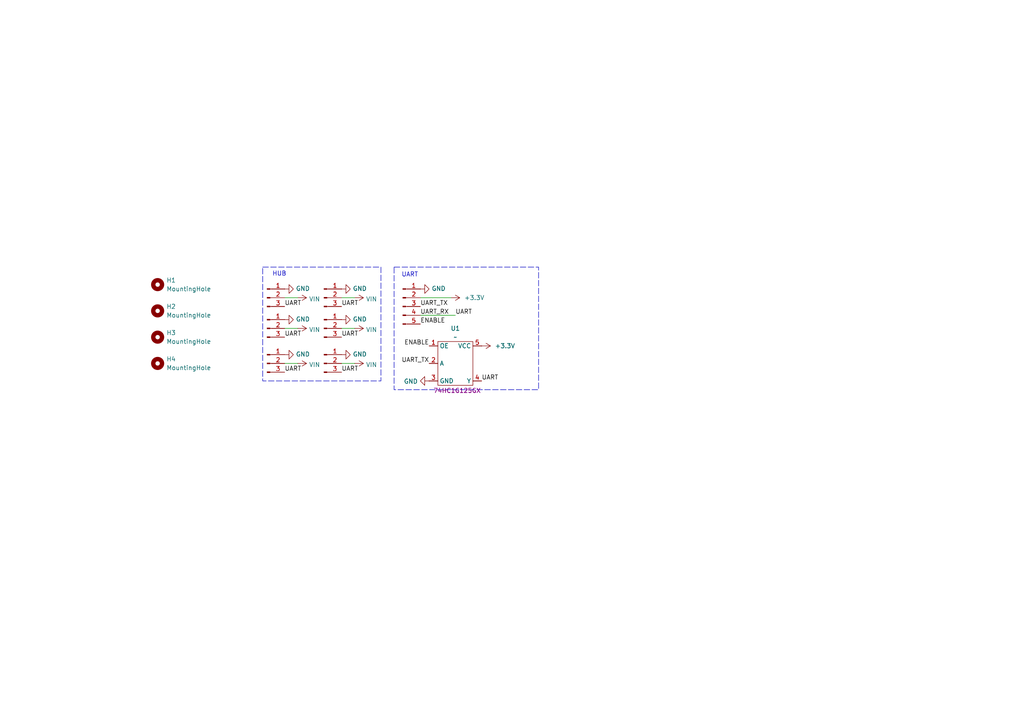
<source format=kicad_sch>
(kicad_sch (version 20250114) (generator "eeschema") (generator_version "9.0")
  (paper "A4")
  (lib_symbols
    (symbol "Connector:Conn_01x03_Pin" (pin_names (offset 1.016) (hide yes))
      (property "Reference" "J" (at 0 5.08 0))
      (property "Value" "Conn_01x03_Pin" (at 0 -5.08 0))
      (symbol "Conn_01x03_Pin_1_1"
        (rectangle (start 0.8636 2.667) (end 0 2.413) (stroke (width 0.1524)) (fill (type outline)))
        (rectangle (start 0.8636 0.127) (end 0 -0.127) (stroke (width 0.1524)) (fill (type outline)))
        (rectangle (start 0.8636 -2.413) (end 0 -2.667) (stroke (width 0.1524)) (fill (type outline)))
        (polyline (pts (xy 1.27 2.54) (xy 0.8636 2.54)) (stroke (width 0.1524)))
        (polyline (pts (xy 1.27 0) (xy 0.8636 0)) (stroke (width 0.1524)))
        (polyline (pts (xy 1.27 -2.54) (xy 0.8636 -2.54)) (stroke (width 0.1524)))
        (pin passive line (at 5.08 2.54 180) (length 3.81) (name "Pin_1") (number "1"))
        (pin passive line (at 5.08 0 180) (length 3.81) (name "Pin_2") (number "2"))
        (pin passive line (at 5.08 -2.54 180) (length 3.81) (name "Pin_3") (number "3"))
      )
    )
    (symbol "Connector:Conn_01x05_Pin" (pin_names (offset 1.016) (hide yes))
      (property "Reference" "J" (at 0 7.62 0))
      (property "Value" "Conn_01x05_Pin" (at 0 -7.62 0))
      (symbol "Conn_01x05_Pin_1_1"
        (rectangle (start 0.8636 5.207) (end 0 4.953) (stroke (width 0.1524)) (fill (type outline)))
        (rectangle (start 0.8636 2.667) (end 0 2.413) (stroke (width 0.1524)) (fill (type outline)))
        (rectangle (start 0.8636 0.127) (end 0 -0.127) (stroke (width 0.1524)) (fill (type outline)))
        (rectangle (start 0.8636 -2.413) (end 0 -2.667) (stroke (width 0.1524)) (fill (type outline)))
        (rectangle (start 0.8636 -4.953) (end 0 -5.207) (stroke (width 0.1524)) (fill (type outline)))
        (polyline (pts (xy 1.27 5.08) (xy 0.8636 5.08)) (stroke (width 0.1524)))
        (polyline (pts (xy 1.27 2.54) (xy 0.8636 2.54)) (stroke (width 0.1524)))
        (polyline (pts (xy 1.27 0) (xy 0.8636 0)) (stroke (width 0.1524)))
        (polyline (pts (xy 1.27 -2.54) (xy 0.8636 -2.54)) (stroke (width 0.1524)))
        (polyline (pts (xy 1.27 -5.08) (xy 0.8636 -5.08)) (stroke (width 0.1524)))
        (pin passive line (at 5.08 5.08 180) (length 3.81) (name "Pin_1") (number "1"))
        (pin passive line (at 5.08 2.54 180) (length 3.81) (name "Pin_2") (number "2"))
        (pin passive line (at 5.08 0 180) (length 3.81) (name "Pin_3") (number "3"))
        (pin passive line (at 5.08 -2.54 180) (length 3.81) (name "Pin_4") (number "4"))
        (pin passive line (at 5.08 -5.08 180) (length 3.81) (name "Pin_5") (number "5"))
      )
    )
    (symbol "Enac:74HC1G125GX"
      (property "Reference" "U" (at -4.318 7.62 0))
      (property "Name" "74HC1G125GX" (at 0.508 -7.874 0))
      (symbol "74HC1G125GX_0_1"
        (rectangle (start -5.08 6.35) (end 5.08 -6.35))
      )
      (symbol "74HC1G125GX_1_1"
        (pin input line (at -7.62 5.08 0) (length 2.54) (name "OE") (number "1"))
        (pin input line (at -7.62 0 0) (length 2.54) (name "A") (number "2"))
        (pin power_in line (at -7.62 -5.08 0) (length 2.54) (name "GND") (number "3"))
        (pin power_in line (at 7.62 5.08 180) (length 2.54) (name "VCC") (number "5"))
        (pin output line (at 7.62 -5.08 180) (length 2.54) (name "Y") (number "4"))
      )
    )
    (symbol "Mechanical:MountingHole" (pin_names (offset 1.016)) (exclude_from_sim yes) (in_bom no)
      (property "Reference" "H" (at 0 5.08 0))
      (property "Value" "MountingHole" (at 0 3.175 0))
      (symbol "MountingHole_0_1"
        (circle (center 0 0) (radius 1.27) (stroke (width 1.27)))
      )
    )
    (symbol "power:+12V" (power) (pin_numbers (hide yes)) (pin_names (offset 0) (hide yes))
      (property "Value" "+12V" (at 0 3.556 0))
      (symbol "+12V_0_1"
        (polyline (pts (xy -0.762 1.27) (xy 0 2.54)))
        (polyline (pts (xy 0 2.54) (xy 0.762 1.27)))
        (polyline (pts (xy 0 0) (xy 0 2.54)))
      )
      (symbol "+12V_1_1"
        (pin power_in line (at 0 0 90) (length 0) (name "~") (number "1"))
      )
    )
    (symbol "power:+3.3V" (power) (pin_numbers (hide yes)) (pin_names (offset 0) (hide yes))
      (property "Value" "+3.3V" (at 0 3.556 0))
      (symbol "+3.3V_0_1"
        (polyline (pts (xy -0.762 1.27) (xy 0 2.54)))
        (polyline (pts (xy 0 2.54) (xy 0.762 1.27)))
        (polyline (pts (xy 0 0) (xy 0 2.54)))
      )
      (symbol "+3.3V_1_1"
        (pin power_in line (at 0 0 90) (length 0) (name "~") (number "1"))
      )
    )
    (symbol "power:GND" (power) (pin_numbers (hide yes)) (pin_names (offset 0) (hide yes))
      (property "Value" "GND" (at 0 -3.81 0))
      (symbol "GND_0_1"
        (polyline (pts (xy 0 0) (xy 0 -1.27) (xy 1.27 -1.27) (xy 0 -2.54) (xy -1.27 -1.27) (xy 0 -1.27)))
      )
      (symbol "GND_1_1"
        (pin power_in line (at 0 0 270) (length 0) (name "~") (number "1"))
      )
    )
  )
  (rectangle (start 76.2 77.47) (end 110.49 110.49) (stroke (width 0) (type dash)))
  (rectangle (start 114.3 77.47) (end 156.21 113.03) (stroke (width 0) (type dash)))
  (text "UART" (at 118.872 79.756 0) (effects (font (size 1.27 1.27))))
  (text "HUB" (at 81.026 79.502 0) (effects (font (size 1.27 1.27))))
  (wire (pts (xy 102.87 86.36) (xy 99.06 86.36)))
  (wire (pts (xy 86.36 105.41) (xy 82.55 105.41)))
  (wire (pts (xy 130.81 86.36) (xy 121.92 86.36)))
  (wire (pts (xy 86.36 86.36) (xy 82.55 86.36)))
  (wire (pts (xy 102.87 95.25) (xy 99.06 95.25)))
  (wire (pts (xy 86.36 95.25) (xy 82.55 95.25)))
  (wire (pts (xy 121.92 91.44) (xy 132.08 91.44)))
  (wire (pts (xy 102.87 105.41) (xy 99.06 105.41)))
  (label "ENABLE" (at 124.46 100.33 180))
  (label "UART" (at 82.55 88.9 0))
  (label "UART" (at 139.7 110.49 0))
  (label "UART" (at 99.06 107.95 0))
  (label "ENABLE" (at 121.92 93.98 0))
  (label "UART_RX" (at 121.92 91.44 0))
  (label "UART" (at 82.55 107.95 0))
  (label "UART_TX" (at 124.46 105.41 180))
  (label "UART_TX" (at 121.92 88.9 0))
  (label "UART" (at 99.06 97.79 0))
  (label "UART" (at 132.08 91.44 0))
  (label "UART" (at 99.06 88.9 0))
  (label "UART" (at 82.55 97.79 0))
  (symbol (lib_id "power:GND") (at 82.55 83.82 90) (unit 1)
    (property "Reference" "#PWR0133" (effects (hide yes)))
    (property "Value" "GND" (at 85.8012 83.693 90) (effects (justify right)))
  )
  (symbol (lib_id "Mechanical:MountingHole") (at 45.72 82.55 0) (unit 1) (exclude_from_sim yes) (in_bom no)
    (property "Reference" "H1" (at 48.26 81.2799 0) (effects (justify left)))
    (property "Value" "MountingHole" (at 48.26 83.8199 0) (effects (justify left)))
    (property "Footprint" "MountingHole:MountingHole_3.2mm_M3" (effects (hide yes)))
    (property "Description" "Mounting Hole without connection" (effects (hide yes)))
  )
  (symbol (lib_id "Mechanical:MountingHole") (at 45.72 90.17 0) (unit 1) (exclude_from_sim yes) (in_bom no)
    (property "Reference" "H2" (at 48.26 88.8999 0) (effects (justify left)))
    (property "Value" "MountingHole" (at 48.26 91.4399 0) (effects (justify left)))
    (property "Footprint" "MountingHole:MountingHole_3.2mm_M3" (effects (hide yes)))
    (property "Description" "Mounting Hole without connection" (effects (hide yes)))
  )
  (symbol (lib_id "Mechanical:MountingHole") (at 45.72 105.41 0) (unit 1) (exclude_from_sim yes) (in_bom no)
    (property "Reference" "H4" (at 48.26 104.1399 0) (effects (justify left)))
    (property "Value" "MountingHole" (at 48.26 106.6799 0) (effects (justify left)))
    (property "Footprint" "MountingHole:MountingHole_3.2mm_M3" (effects (hide yes)))
    (property "Description" "Mounting Hole without connection" (effects (hide yes)))
  )
  (symbol (lib_id "Connector:Conn_01x03_Pin") (at 93.98 105.41 0) (unit 1)
    (property "Reference" "J6" (effects (hide yes)))
    (property "Value" "Conn_01x03_Pin" (effects (hide yes)))
    (property "Footprint" "Connector_Molex:Molex_SPOX_5267-03A_1x03_P2.50mm_Vertical" (effects (hide yes)))
    (property "Description" "Generic connector, single row, 01x03, script generated" (effects (hide yes)))
  )
  (symbol (lib_id "Enac:74HC1G125GX") (at 132.08 105.41 0) (unit 1)
    (property "Reference" "U1" (at 132.08 95.25 0))
    (property "Value" "~" (at 132.08 97.79 0))
    (property "Footprint" "Package_TO_SOT_SMD:SOT-353_SC-70-5" (effects (hide yes)))
    (property "Name" "74HC1G125GX" (at 132.588 113.284 0))
  )
  (symbol (lib_id "power:+12V") (at 86.36 105.41 270) (unit 1)
    (property "Reference" "#PWR0142" (effects (hide yes)))
    (property "Value" "VIN" (at 89.6112 105.791 90) (effects (justify left)))
  )
  (symbol (lib_id "power:+12V") (at 102.87 86.36 270) (unit 1)
    (property "Reference" "#PWR0141" (effects (hide yes)))
    (property "Value" "VIN" (at 106.1212 86.741 90) (effects (justify left)))
  )
  (symbol (lib_id "power:+12V") (at 86.36 86.36 270) (unit 1)
    (property "Reference" "#PWR0140" (effects (hide yes)))
    (property "Value" "VIN" (at 89.6112 86.741 90) (effects (justify left)))
  )
  (symbol (lib_id "Connector:Conn_01x03_Pin") (at 93.98 86.36 0) (unit 1)
    (property "Reference" "J4" (effects (hide yes)))
    (property "Value" "Conn_01x03_Pin" (effects (hide yes)))
    (property "Footprint" "Connector_Molex:Molex_SPOX_5267-03A_1x03_P2.50mm_Vertical" (effects (hide yes)))
    (property "Description" "Generic connector, single row, 01x03, script generated" (effects (hide yes)))
  )
  (symbol (lib_id "Connector:Conn_01x03_Pin") (at 77.47 95.25 0) (unit 1)
    (property "Reference" "J2" (effects (hide yes)))
    (property "Value" "Conn_01x03_Pin" (effects (hide yes)))
    (property "Footprint" "Connector_Molex:Molex_SPOX_5267-03A_1x03_P2.50mm_Vertical" (effects (hide yes)))
    (property "Description" "Generic connector, single row, 01x03, script generated" (effects (hide yes)))
  )
  (symbol (lib_id "Connector:Conn_01x03_Pin") (at 93.98 95.25 0) (unit 1)
    (property "Reference" "J5" (effects (hide yes)))
    (property "Value" "Conn_01x03_Pin" (effects (hide yes)))
    (property "Footprint" "Connector_Molex:Molex_SPOX_5267-03A_1x03_P2.50mm_Vertical" (effects (hide yes)))
    (property "Description" "Generic connector, single row, 01x03, script generated" (effects (hide yes)))
  )
  (symbol (lib_id "Connector:Conn_01x03_Pin") (at 77.47 86.36 0) (unit 1)
    (property "Reference" "J1" (effects (hide yes)))
    (property "Value" "Conn_01x03_Pin" (effects (hide yes)))
    (property "Footprint" "Connector_Molex:Molex_SPOX_5267-03A_1x03_P2.50mm_Vertical" (effects (hide yes)))
    (property "Description" "Generic connector, single row, 01x03, script generated" (effects (hide yes)))
  )
  (symbol (lib_id "power:+12V") (at 102.87 105.41 270) (unit 1)
    (property "Reference" "#PWR0144" (effects (hide yes)))
    (property "Value" "VIN" (at 106.1212 105.791 90) (effects (justify left)))
  )
  (symbol (lib_id "power:GND") (at 99.06 92.71 90) (unit 1)
    (property "Reference" "#PWR0138" (effects (hide yes)))
    (property "Value" "GND" (at 102.3112 92.583 90) (effects (justify right)))
  )
  (symbol (lib_id "power:GND") (at 99.06 83.82 90) (unit 1)
    (property "Reference" "#PWR0134" (effects (hide yes)))
    (property "Value" "GND" (at 102.3112 83.693 90) (effects (justify right)))
  )
  (symbol (lib_id "power:GND") (at 82.55 102.87 90) (unit 1)
    (property "Reference" "#PWR0137" (effects (hide yes)))
    (property "Value" "GND" (at 85.8012 102.743 90) (effects (justify right)))
  )
  (symbol (lib_id "power:+12V") (at 102.87 95.25 270) (unit 1)
    (property "Reference" "#PWR0139" (effects (hide yes)))
    (property "Value" "VIN" (at 106.1212 95.631 90) (effects (justify left)))
  )
  (symbol (lib_id "power:+3.3V") (at 139.7 100.33 270) (unit 1)
    (property "Reference" "#PWR01" (effects (hide yes)))
    (property "Value" "+3.3V" (at 143.51 100.3299 90) (effects (justify left)))
    (property "Description" "Power symbol creates a global label with name \"+3.3V\"" (effects (hide yes)))
  )
  (symbol (lib_id "power:GND") (at 82.55 92.71 90) (unit 1)
    (property "Reference" "#PWR0135" (effects (hide yes)))
    (property "Value" "GND" (at 85.8012 92.583 90) (effects (justify right)))
  )
  (symbol (lib_id "power:+12V") (at 86.36 95.25 270) (unit 1)
    (property "Reference" "#PWR0136" (effects (hide yes)))
    (property "Value" "VIN" (at 89.6112 95.631 90) (effects (justify left)))
  )
  (symbol (lib_id "Connector:Conn_01x03_Pin") (at 77.47 105.41 0) (unit 1)
    (property "Reference" "J3" (effects (hide yes)))
    (property "Value" "Conn_01x03_Pin" (effects (hide yes)))
    (property "Footprint" "Connector_Molex:Molex_SPOX_5267-03A_1x03_P2.50mm_Vertical" (effects (hide yes)))
    (property "Description" "Generic connector, single row, 01x03, script generated" (effects (hide yes)))
  )
  (symbol (lib_id "Connector:Conn_01x05_Pin") (at 116.84 88.9 0) (unit 1)
    (property "Reference" "J8" (effects (hide yes)))
    (property "Value" "Conn_01x05_Pin" (effects (hide yes)))
    (property "Footprint" "Connector_Molex:Molex_PicoBlade_53047-0510_1x05_P1.25mm_Vertical" (effects (hide yes)))
    (property "Description" "Generic connector, single row, 01x05, script generated" (effects (hide yes)))
  )
  (symbol (lib_id "power:GND") (at 99.06 102.87 90) (unit 1)
    (property "Reference" "#PWR0143" (effects (hide yes)))
    (property "Value" "GND" (at 102.3112 102.743 90) (effects (justify right)))
  )
  (symbol (lib_id "power:GND") (at 121.92 83.82 90) (unit 1)
    (property "Reference" "#PWR0145" (effects (hide yes)))
    (property "Value" "GND" (at 125.1712 83.693 90) (effects (justify right)))
  )
  (symbol (lib_id "power:GND") (at 124.46 110.49 270) (unit 1)
    (property "Reference" "#PWR0146" (effects (hide yes)))
    (property "Value" "GND" (at 121.2088 110.617 90) (effects (justify right)))
  )
  (symbol (lib_id "power:+3.3V") (at 130.81 86.36 270) (unit 1)
    (property "Reference" "#PWR02" (effects (hide yes)))
    (property "Value" "+3.3V" (at 134.62 86.3599 90) (effects (justify left)))
    (property "Description" "Power symbol creates a global label with name \"+3.3V\"" (effects (hide yes)))
  )
  (symbol (lib_id "Mechanical:MountingHole") (at 45.72 97.79 0) (unit 1) (exclude_from_sim yes) (in_bom no)
    (property "Reference" "H3" (at 48.26 96.5199 0) (effects (justify left)))
    (property "Value" "MountingHole" (at 48.26 99.0599 0) (effects (justify left)))
    (property "Footprint" "MountingHole:MountingHole_3.2mm_M3" (effects (hide yes)))
    (property "Description" "Mounting Hole without connection" (effects (hide yes)))
  )
)
</source>
